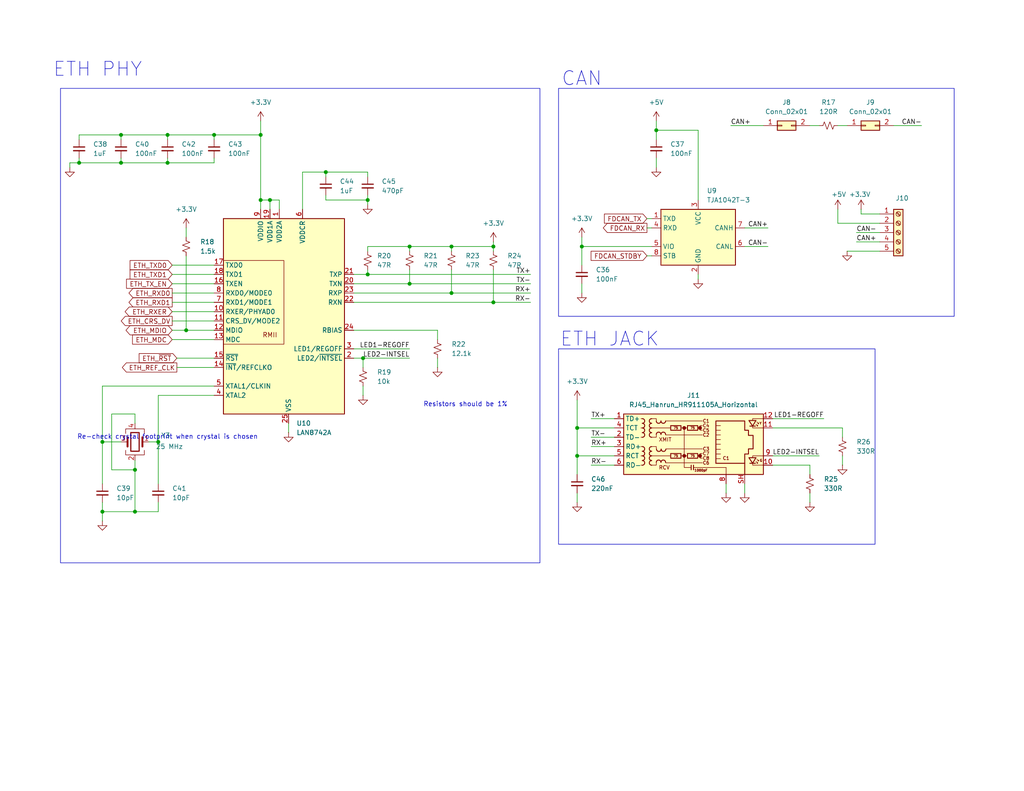
<source format=kicad_sch>
(kicad_sch (version 20250114) (generator "eeschema") (generator_version "9.0")
  (paper "USLetter")
  (title_block (title "PT DAQ") (date "2026-01-01") (rev "1A") (company "Aggie Propulsion and Rocketry Lab") (comment 1 "By: Nolan Poe") (comment 2 "Checked by: Daniel Fan"))
  (lib_symbols
    (symbol "Connector:RJ45_Hanrun_HR911105A_Horizontal"
      (property "Reference" "J" (at 18.415 10.16 0))
      (property "Value" "RJ45_Hanrun_HR911105A_Horizontal" (at -19.05 10.16 0))
      (symbol "RJ45_Hanrun_HR911105A_Horizontal_0_0"
        (circle (center -1.27 5.08) (radius 0.0001) (stroke (width 0.508)))
        (polyline (pts (xy -1.27 5.08) (xy -1.27 -5.715)))
        (circle (center -1.27 -2.54) (radius 0.0001) (stroke (width 0.508)))
        (polyline (pts (xy 0.635 -5.08) (xy 0.635 -6.35)) (stroke (width 0.254)))
        (polyline (pts (xy 1.27 -5.08) (xy 1.27 -6.35)) (stroke (width 0.254)))
        (polyline (pts (xy 3.048 5.08) (xy 2.54 5.08)))
        (circle (center 3.048 5.08) (radius 0.0001) (stroke (width 0.508)))
        (polyline (pts (xy 3.048 -2.54) (xy 2.54 -2.54)))
        (circle (center 3.048 -2.54) (radius 0.0001) (stroke (width 0.508)))
        (polyline (pts (xy 3.683 5.715) (xy 3.048 5.715) (xy 3.048 4.445) (xy 3.683 4.445)))
        (polyline (pts (xy 3.683 -1.905) (xy 3.048 -1.905) (xy 3.048 -3.175) (xy 3.683 -3.175)))
        (polyline (pts (xy 17.399 7.112) (xy 17.399 7.62) (xy 20.32 7.62)))
        (polyline (pts (xy 17.399 -3.048) (xy 17.399 -2.54) (xy 20.32 -2.54)))
        (polyline (pts (xy 20.32 5.08) (xy 17.399 5.08) (xy 17.399 5.588)))
        (polyline (pts (xy 20.32 -5.08) (xy 17.399 -5.08) (xy 17.399 -4.572)))
        (text "XMIT" (at -8.255 1.905 0) (effects (font (size 1.016 1.016)) (justify left)))
        (text "RCV" (at -8.255 -5.715 0) (effects (font (size 1.016 1.016)) (justify left)))
        (text "C1" (at 4.699 6.985 0) (effects (font (size 0.889 0.889))))
        (text "C4" (at 4.699 5.715 0) (effects (font (size 0.889 0.889))))
        (text "C5" (at 4.699 4.445 0) (effects (font (size 0.889 0.889))))
        (text "C2" (at 4.699 3.175 0) (effects (font (size 0.889 0.889))))
        (text "C3" (at 4.699 -0.635 0) (effects (font (size 0.889 0.889))))
        (text "C7" (at 4.699 -1.905 0) (effects (font (size 0.889 0.889))))
        (text "C8" (at 4.699 -3.175 0) (effects (font (size 0.889 0.889))))
        (text "C6" (at 4.699 -4.445 0) (effects (font (size 0.889 0.889))))
        (text "C1" (at 10.16 -3.175 0) (effects (font (size 0.889 0.889))))
      )
      (symbol "RJ45_Hanrun_HR911105A_Horizontal_0_1"
        (rectangle (start -17.78 8.89) (end 20.32 -7.62) (stroke (width 0.254)) (fill (type background)))
        (polyline (pts (xy -12.7 7.62) (xy -13.081 7.62)))
        (polyline (pts (xy -12.7 5.08) (xy -13.081 5.08)))
        (polyline (pts (xy -12.7 2.54) (xy -13.081 2.54)))
        (polyline (pts (xy -12.7 0) (xy -13.081 0)))
        (polyline (pts (xy -12.7 -2.54) (xy -13.081 -2.54)))
        (polyline (pts (xy -12.7 -5.08) (xy -13.081 -5.08)))
        (polyline (pts (xy -10.16 7.62) (xy -8.89 7.62) (xy -8.89 6.985)))
        (polyline (pts (xy -10.16 0) (xy -8.89 0) (xy -8.89 -0.635)))
        (polyline (pts (xy -8.89 3.175) (xy -8.89 2.54) (xy -10.16 2.54)))
        (polyline (pts (xy -8.89 -4.445) (xy -8.89 -5.08) (xy -10.16 -5.08)))
        (polyline (pts (xy -6.35 6.985) (xy 3.683 6.985)))
        (polyline (pts (xy -6.35 3.175) (xy 3.683 3.175)))
        (polyline (pts (xy -6.35 -4.445) (xy 3.683 -4.445)))
        (polyline (pts (xy -6.223 -0.635) (xy 3.683 -0.635)))
        (polyline (pts (xy -5.08 -2.54) (xy -10.16 -2.54)))
        (polyline (pts (xy -4.953 5.08) (xy -10.16 5.08)))
        (polyline (pts (xy -2.159 5.08) (xy -0.381 5.08)))
        (polyline (pts (xy -2.159 -2.54) (xy -0.381 -2.54)))
        (polyline (pts (xy 0.635 -5.715) (xy -1.27 -5.715)))
        (polyline (pts (xy 7.366 3.175) (xy 8.636 3.175)))
        (polyline (pts (xy 7.366 1.905) (xy 8.636 1.905)))
        (polyline (pts (xy 7.366 0.635) (xy 8.636 0.635)))
        (polyline (pts (xy 7.366 -0.762) (xy 8.636 -0.762)))
        (polyline (pts (xy 7.366 -2.032) (xy 8.636 -2.032)))
        (polyline (pts (xy 8.636 5.715) (xy 7.366 5.715)))
        (polyline (pts (xy 8.636 4.445) (xy 7.366 4.445)))
        (polyline (pts (xy 8.636 -3.302) (xy 7.366 -3.302)))
        (polyline (pts (xy 10.16 -5.715) (xy 1.27 -5.715)))
        (polyline (pts (xy 10.16 -5.715) (xy 10.16 -7.62)))
      )
      (symbol "RJ45_Hanrun_HR911105A_Horizontal_1_0"
        (text "1000pF" (at 3.302 -6.477 0) (effects (font (size 0.635 0.635))))
      )
      (symbol "RJ45_Hanrun_HR911105A_Horizontal_1_1"
        (arc (start -12.7 0) (mid -12.0677 -0.635) (end -12.7 -1.27) (stroke (width 0.254)))
        (arc (start -12.6973 7.62) (mid -12.065 6.985) (end -12.6973 6.35) (stroke (width 0.254)))
        (arc (start -12.6973 -1.27) (mid -12.065 -1.905) (end -12.6973 -2.54) (stroke (width 0.254)))
        (arc (start -12.6973 -2.54) (mid -12.065 -3.175) (end -12.6973 -3.81) (stroke (width 0.254)))
        (arc (start -12.6973 -3.81) (mid -12.065 -4.445) (end -12.6973 -5.08) (stroke (width 0.254)))
        (arc (start -12.6946 6.35) (mid -12.0623 5.715) (end -12.6946 5.08) (stroke (width 0.254)))
        (arc (start -12.6946 5.08) (mid -12.0623 4.445) (end -12.6946 3.81) (stroke (width 0.254)))
        (arc (start -12.6946 3.81) (mid -12.0623 3.175) (end -12.6946 2.54) (stroke (width 0.254)))
        (arc (start -10.1654 6.35) (mid -10.7977 6.985) (end -10.1654 7.62) (stroke (width 0.254)))
        (arc (start -10.1654 5.08) (mid -10.7977 5.715) (end -10.1654 6.35) (stroke (width 0.254)))
        (arc (start -10.1654 3.81) (mid -10.7977 4.445) (end -10.1654 5.08) (stroke (width 0.254)))
        (arc (start -10.1654 -1.27) (mid -10.7977 -0.635) (end -10.1654 0) (stroke (width 0.254)))
        (arc (start -10.1654 -2.54) (mid -10.7977 -1.905) (end -10.1654 -1.27) (stroke (width 0.254)))
        (arc (start -10.1654 -3.81) (mid -10.7977 -3.175) (end -10.1654 -2.54) (stroke (width 0.254)))
        (arc (start -10.1627 2.54) (mid -10.795 3.175) (end -10.1627 3.81) (stroke (width 0.254)))
        (arc (start -10.1627 -5.08) (mid -10.795 -4.445) (end -10.1627 -3.81) (stroke (width 0.254)))
        (arc (start -7.62 6.9823) (mid -8.255 6.35) (end -8.89 6.9823) (stroke (width 0.254)))
        (arc (start -8.89 3.3047) (mid -8.255 3.937) (end -7.62 3.3047) (stroke (width 0.254)))
        (arc (start -8.89 -4.3153) (mid -8.255 -3.683) (end -7.62 -4.3153) (stroke (width 0.254)))
        (arc (start -7.5565 -0.7012) (mid -8.1915 -1.3335) (end -8.8265 -0.7012) (stroke (width 0.254)))
        (arc (start -6.35 6.985) (mid -6.985 6.3527) (end -7.62 6.985) (stroke (width 0.254)))
        (arc (start -7.62 3.3074) (mid -6.985 3.9397) (end -6.35 3.3074) (stroke (width 0.254)))
        (arc (start -7.62 -4.3126) (mid -6.985 -3.6803) (end -6.35 -4.3126) (stroke (width 0.254)))
        (arc (start -6.2865 -0.6985) (mid -6.9215 -1.3308) (end -7.5565 -0.6985) (stroke (width 0.254)))
        (rectangle (start -4.953 5.715) (end -2.159 4.445) (stroke (width 0.254)))
        (rectangle (start -4.953 -1.905) (end -2.159 -3.175) (stroke (width 0.254)))
        (rectangle (start -0.381 5.715) (end 2.413 4.445) (stroke (width 0.254)))
        (rectangle (start -0.381 -1.905) (end 2.413 -3.175) (stroke (width 0.254)))
        (polyline (pts (xy 7.366 -4.572) (xy 7.366 6.985) (xy 15.24 6.985) (xy 15.24 4.445) (xy 16.256 4.445) (xy 16.256 3.048) (xy 17.526 3.048) (xy 17.526 -0.635) (xy 16.256 -0.635) (xy 16.256 -2.032) (xy 15.24 -2.032) (xy 15.24 -4.572) (xy 7.366 -4.572)) (stroke (width 0.254)))
        (polyline (pts (xy 15.24 -7.62) (xy 15.24 -4.572)) (stroke (width 0.254)))
        (polyline (pts (xy 18.161 5.588) (xy 16.637 5.588)) (stroke (width 0.254)))
        (polyline (pts (xy 18.161 -4.572) (xy 16.637 -4.572)) (stroke (width 0.254)))
        (polyline (pts (xy 18.288 7.112) (xy 16.383 7.112) (xy 17.399 5.588) (xy 18.288 7.112)) (stroke (width 0.254)))
        (polyline (pts (xy 18.288 6.096) (xy 18.796 5.588) (xy 18.542 5.588)))
        (polyline (pts (xy 18.288 -3.048) (xy 16.383 -3.048) (xy 17.399 -4.572) (xy 18.288 -3.048)) (stroke (width 0.254)))
        (polyline (pts (xy 18.288 -4.064) (xy 18.796 -4.572) (xy 18.542 -4.572)))
        (polyline (pts (xy 18.542 6.731) (xy 19.05 6.223) (xy 18.796 6.223)))
        (polyline (pts (xy 18.542 -3.429) (xy 19.05 -3.937) (xy 18.796 -3.937)))
        (polyline (pts (xy 18.796 5.588) (xy 18.796 5.842)))
        (polyline (pts (xy 18.796 -4.572) (xy 18.796 -4.318)))
        (polyline (pts (xy 19.05 6.223) (xy 19.05 6.477)))
        (polyline (pts (xy 19.05 -3.937) (xy 19.05 -3.683)))
        (text "75" (at -3.556 5.08 0) (effects (font (size 0.635 0.635))))
        (text "75" (at -3.556 -2.54 0) (effects (font (size 0.635 0.635))))
        (text "75" (at 1.016 5.08 0) (effects (font (size 0.635 0.635))))
        (text "75" (at 1.016 -2.54 0) (effects (font (size 0.635 0.635))))
        (text "Y" (at 19.558 6.35 0) (effects (font (size 0.635 0.635))))
        (text "G" (at 19.685 -3.81 0) (effects (font (size 0.635 0.635))))
        (pin passive line (at -20.32 7.62 0) (length 2.54) (name "TD+") (number "1"))
        (pin passive line (at -20.32 5.08 0) (length 2.54) (name "TCT") (number "4"))
        (pin passive line (at -20.32 2.54 0) (length 2.54) (name "TD-") (number "2"))
        (pin passive line (at -20.32 0 0) (length 2.54) (name "RD+") (number "3"))
        (pin passive line (at -20.32 -2.54 0) (length 2.54) (name "RCT") (number "5"))
        (pin passive line (at -20.32 -5.08 0) (length 2.54) (name "RD-") (number "6"))
        (pin power_in line (at 10.16 -10.16 90) (length 2.54) (name "") (number "8"))
        (pin passive line (at 15.24 -10.16 90) (length 2.54) (name "") (number "SH"))
        (pin no_connect line (at 20.32 0 0) (length 0) (hide yes) (name "NC") (number "7"))
        (pin passive line (at 22.86 7.62 180) (length 2.54) (name "") (number "12"))
        (pin passive line (at 22.86 5.08 180) (length 2.54) (name "") (number "11"))
        (pin passive line (at 22.86 -2.54 180) (length 2.54) (name "") (number "9"))
        (pin passive line (at 22.86 -5.08 180) (length 2.54) (name "") (number "10"))
      )
    )
    (symbol "Connector:Screw_Terminal_01x05" (pin_names (offset 1.016) (hide yes))
      (property "Reference" "J" (at 0 7.62 0))
      (property "Value" "Screw_Terminal_01x05" (at 0 -7.62 0))
      (symbol "Screw_Terminal_01x05_1_1"
        (rectangle (start -1.27 6.35) (end 1.27 -6.35) (stroke (width 0.254)) (fill (type background)))
        (polyline (pts (xy -0.5334 5.4102) (xy 0.3302 4.572)) (stroke (width 0.1524)))
        (polyline (pts (xy -0.5334 2.8702) (xy 0.3302 2.032)) (stroke (width 0.1524)))
        (polyline (pts (xy -0.5334 0.3302) (xy 0.3302 -0.508)) (stroke (width 0.1524)))
        (polyline (pts (xy -0.5334 -2.2098) (xy 0.3302 -3.048)) (stroke (width 0.1524)))
        (polyline (pts (xy -0.5334 -4.7498) (xy 0.3302 -5.588)) (stroke (width 0.1524)))
        (polyline (pts (xy -0.3556 5.588) (xy 0.508 4.7498)) (stroke (width 0.1524)))
        (polyline (pts (xy -0.3556 3.048) (xy 0.508 2.2098)) (stroke (width 0.1524)))
        (polyline (pts (xy -0.3556 0.508) (xy 0.508 -0.3302)) (stroke (width 0.1524)))
        (polyline (pts (xy -0.3556 -2.032) (xy 0.508 -2.8702)) (stroke (width 0.1524)))
        (polyline (pts (xy -0.3556 -4.572) (xy 0.508 -5.4102)) (stroke (width 0.1524)))
        (circle (center 0 5.08) (radius 0.635) (stroke (width 0.1524)))
        (circle (center 0 2.54) (radius 0.635) (stroke (width 0.1524)))
        (circle (center 0 0) (radius 0.635) (stroke (width 0.1524)))
        (circle (center 0 -2.54) (radius 0.635) (stroke (width 0.1524)))
        (circle (center 0 -5.08) (radius 0.635) (stroke (width 0.1524)))
        (pin passive line (at -5.08 5.08 0) (length 3.81) (name "Pin_1") (number "1"))
        (pin passive line (at -5.08 2.54 0) (length 3.81) (name "Pin_2") (number "2"))
        (pin passive line (at -5.08 0 0) (length 3.81) (name "Pin_3") (number "3"))
        (pin passive line (at -5.08 -2.54 0) (length 3.81) (name "Pin_4") (number "4"))
        (pin passive line (at -5.08 -5.08 0) (length 3.81) (name "Pin_5") (number "5"))
      )
    )
    (symbol "Connector_Generic:Conn_02x01" (pin_names (offset 1.016) (hide yes))
      (property "Reference" "J" (at 1.27 2.54 0))
      (property "Value" "Conn_02x01" (at 1.27 -2.54 0))
      (symbol "Conn_02x01_1_1"
        (rectangle (start -1.27 1.27) (end 3.81 -1.27) (stroke (width 0.254)) (fill (type background)))
        (rectangle (start -1.27 0.127) (end 0 -0.127) (stroke (width 0.1524)))
        (rectangle (start 3.81 0.127) (end 2.54 -0.127) (stroke (width 0.1524)))
        (pin passive line (at -5.08 0 0) (length 3.81) (name "Pin_1") (number "1"))
        (pin passive line (at 7.62 0 180) (length 3.81) (name "Pin_2") (number "2"))
      )
    )
    (symbol "Device:C_Small" (pin_numbers (hide yes)) (pin_names (offset 0.254) (hide yes))
      (property "Reference" "C" (at 0.254 1.778 0))
      (property "Value" "C_Small" (at 0.254 -2.032 0))
      (symbol "C_Small_0_1"
        (polyline (pts (xy -1.524 0.508) (xy 1.524 0.508)) (stroke (width 0.3048)))
        (polyline (pts (xy -1.524 -0.508) (xy 1.524 -0.508)) (stroke (width 0.3302)))
      )
      (symbol "C_Small_1_1"
        (pin passive line (at 0 2.54 270) (length 2.032) (name "~") (number "1"))
        (pin passive line (at 0 -2.54 90) (length 2.032) (name "~") (number "2"))
      )
    )
    (symbol "Device:Crystal_GND24" (pin_names (offset 1.016) (hide yes))
      (property "Reference" "Y" (at 3.175 5.08 0))
      (property "Value" "Crystal_GND24" (at 3.175 3.175 0))
      (symbol "Crystal_GND24_0_1"
        (polyline (pts (xy -2.54 2.286) (xy -2.54 3.556) (xy 2.54 3.556) (xy 2.54 2.286)))
        (polyline (pts (xy -2.54 0) (xy -2.032 0)))
        (polyline (pts (xy -2.54 -2.286) (xy -2.54 -3.556) (xy 2.54 -3.556) (xy 2.54 -2.286)))
        (polyline (pts (xy -2.032 -1.27) (xy -2.032 1.27)) (stroke (width 0.508)))
        (rectangle (start -1.143 2.54) (end 1.143 -2.54) (stroke (width 0.3048)))
        (polyline (pts (xy 0 3.556) (xy 0 3.81)))
        (polyline (pts (xy 0 -3.81) (xy 0 -3.556)))
        (polyline (pts (xy 2.032 0) (xy 2.54 0)))
        (polyline (pts (xy 2.032 -1.27) (xy 2.032 1.27)) (stroke (width 0.508)))
      )
      (symbol "Crystal_GND24_1_1"
        (pin passive line (at -3.81 0 0) (length 1.27) (name "1") (number "1"))
        (pin passive line (at 0 5.08 270) (length 1.27) (name "2") (number "2"))
        (pin passive line (at 0 -5.08 90) (length 1.27) (name "4") (number "4"))
        (pin passive line (at 3.81 0 180) (length 1.27) (name "3") (number "3"))
      )
    )
    (symbol "Device:R_Small_US" (pin_numbers (hide yes)) (pin_names (offset 0.254) (hide yes))
      (property "Reference" "R" (at 0.762 0.508 0))
      (property "Value" "R_Small_US" (at 0.762 -1.016 0))
      (symbol "R_Small_US_1_1"
        (polyline (pts (xy 0 1.524) (xy 1.016 1.143) (xy 0 0.762) (xy -1.016 0.381) (xy 0 0)))
        (polyline (pts (xy 0 0) (xy 1.016 -0.381) (xy 0 -0.762) (xy -1.016 -1.143) (xy 0 -1.524)))
        (pin passive line (at 0 2.54 270) (length 1.016) (name "~") (number "1"))
        (pin passive line (at 0 -2.54 90) (length 1.016) (name "~") (number "2"))
      )
    )
    (symbol "Interface_CAN_LIN:TJA1042T-3"
      (property "Reference" "U" (at -10.16 8.89 0))
      (property "Value" "TJA1042T-3" (at 1.27 8.89 0))
      (symbol "TJA1042T-3_0_1"
        (rectangle (start -10.16 7.62) (end 10.16 -7.62) (stroke (width 0.254)) (fill (type background)))
      )
      (symbol "TJA1042T-3_1_1"
        (pin input line (at -12.7 5.08 0) (length 2.54) (name "TXD") (number "1"))
        (pin output line (at -12.7 2.54 0) (length 2.54) (name "RXD") (number "4"))
        (pin power_in line (at -12.7 -2.54 0) (length 2.54) (name "VIO") (number "5"))
        (pin input line (at -12.7 -5.08 0) (length 2.54) (name "STB") (number "8"))
        (pin power_in line (at 0 10.16 270) (length 2.54) (name "VCC") (number "3"))
        (pin power_in line (at 0 -10.16 90) (length 2.54) (name "GND") (number "2"))
        (pin bidirectional line (at 12.7 2.54 180) (length 2.54) (name "CANH") (number "7"))
        (pin bidirectional line (at 12.7 -2.54 180) (length 2.54) (name "CANL") (number "6"))
      )
    )
    (symbol "libpt:LAN8742A"
      (property "Reference" "U10" (at 2.1433 -27.94 0))
      (property "Value" "LAN8742A" (at 2.1433 -30.48 0))
      (symbol "LAN8742A_0_0"
        (text "RMII" (at -5.08 -3.81 0) (effects (font (size 1.27 1.27))))
      )
      (symbol "LAN8742A_0_1"
        (rectangle (start -17.78 27.94) (end 15.24 -25.4) (stroke (width 0.254)) (fill (type background)))
        (polyline (pts (xy -17.78 -6.35) (xy -1.27 -6.35) (xy -1.27 16.51) (xy -17.78 16.51)))
      )
      (symbol "LAN8742A_1_1"
        (pin input line (at -20.32 15.24 0) (length 2.54) (name "TXD0") (number "17"))
        (pin input line (at -20.32 12.7 0) (length 2.54) (name "TXD1") (number "18"))
        (pin input line (at -20.32 10.16 0) (length 2.54) (name "TXEN") (number "16"))
        (pin bidirectional line (at -20.32 7.62 0) (length 2.54) (name "RXD0/MODE0") (number "8"))
        (pin bidirectional line (at -20.32 5.08 0) (length 2.54) (name "RXD1/MODE1") (number "7"))
        (pin output line (at -20.32 2.54 0) (length 2.54) (name "RXER/PHYAD0") (number "10"))
        (pin bidirectional line (at -20.32 0 0) (length 2.54) (name "CRS_DV/MODE2") (number "11"))
        (pin bidirectional line (at -20.32 -2.54 0) (length 2.54) (name "MDIO") (number "12"))
        (pin input line (at -20.32 -5.08 0) (length 2.54) (name "MDC") (number "13"))
        (pin input line (at -20.32 -10.16 0) (length 2.54) (name "~{RST}") (number "15"))
        (pin output line (at -20.32 -12.7 0) (length 2.54) (name "~{INT}/REFCLKO") (number "14"))
        (pin input line (at -20.32 -17.78 0) (length 2.54) (name "XTAL1/CLKIN") (number "5"))
        (pin output line (at -20.32 -20.32 0) (length 2.54) (name "XTAL2") (number "4"))
        (pin power_in line (at -7.62 30.48 270) (length 2.54) (name "VDDIO") (number "9"))
        (pin power_in line (at -5.08 30.48 270) (length 2.54) (name "VDD1A") (number "19"))
        (pin power_in line (at -2.54 30.48 270) (length 2.54) (name "VDD2A") (number "1"))
        (pin power_in line (at 0 -27.94 90) (length 2.54) (name "VSS") (number "25"))
        (pin free line (at 3.81 30.48 270) (length 2.54) (name "VDDCR") (number "6"))
        (pin passive line (at 17.78 12.7 180) (length 2.54) (name "TXP") (number "21"))
        (pin passive line (at 17.78 10.16 180) (length 2.54) (name "TXN") (number "20"))
        (pin passive line (at 17.78 7.62 180) (length 2.54) (name "RXP") (number "23"))
        (pin passive line (at 17.78 5.08 180) (length 2.54) (name "RXN") (number "22"))
        (pin passive line (at 17.78 -2.54 180) (length 2.54) (name "RBIAS") (number "24"))
        (pin bidirectional line (at 17.78 -7.62 180) (length 2.54) (name "LED1/REGOFF") (number "3"))
        (pin bidirectional line (at 17.78 -10.16 180) (length 2.54) (name "LED2/~{INTSEL}") (number "2"))
      )
    )
    (symbol "power:+3.3V" (power) (pin_numbers (hide yes)) (pin_names (offset 0) (hide yes))
      (property "Value" "+3.3V" (at 0 3.556 0))
      (symbol "+3.3V_0_1"
        (polyline (pts (xy -0.762 1.27) (xy 0 2.54)))
        (polyline (pts (xy 0 2.54) (xy 0.762 1.27)))
        (polyline (pts (xy 0 0) (xy 0 2.54)))
      )
      (symbol "+3.3V_1_1"
        (pin power_in line (at 0 0 90) (length 0) (name "~") (number "1"))
      )
    )
    (symbol "power:+3V3" (power) (pin_numbers (hide yes)) (pin_names (offset 0) (hide yes))
      (property "Value" "+3V3" (at 0 3.556 0))
      (symbol "+3V3_0_1"
        (polyline (pts (xy -0.762 1.27) (xy 0 2.54)))
        (polyline (pts (xy 0 2.54) (xy 0.762 1.27)))
        (polyline (pts (xy 0 0) (xy 0 2.54)))
      )
      (symbol "+3V3_1_1"
        (pin power_in line (at 0 0 90) (length 0) (name "~") (number "1"))
      )
    )
    (symbol "power:+5V" (power) (pin_numbers (hide yes)) (pin_names (offset 0) (hide yes))
      (property "Value" "+5V" (at 0 3.556 0))
      (symbol "+5V_0_1"
        (polyline (pts (xy -0.762 1.27) (xy 0 2.54)))
        (polyline (pts (xy 0 2.54) (xy 0.762 1.27)))
        (polyline (pts (xy 0 0) (xy 0 2.54)))
      )
      (symbol "+5V_1_1"
        (pin power_in line (at 0 0 90) (length 0) (name "~") (number "1"))
      )
    )
    (symbol "power:GND" (power) (pin_numbers (hide yes)) (pin_names (offset 0) (hide yes))
      (property "Value" "GND" (at 0 -3.81 0))
      (symbol "GND_0_1"
        (polyline (pts (xy 0 0) (xy 0 -1.27) (xy 1.27 -1.27) (xy 0 -2.54) (xy -1.27 -1.27) (xy 0 -1.27)))
      )
      (symbol "GND_1_1"
        (pin power_in line (at 0 0 270) (length 0) (name "~") (number "1"))
      )
    )
  )
  (rectangle (start 152.4 95.25) (end 238.76 148.59))
  (rectangle (start 152.4 24.13) (end 260.35 86.36))
  (rectangle (start 16.51 24.13) (end 147.32 153.67))
  (text "ETH PHY" (at 26.67 19.05 0) (effects (font (size 3.81 3.81))))
  (text "Re-check crystal footprint when crystal is chosen" (at 45.72 119.38 0) (effects (font (size 1.27 1.27))))
  (text "CAN" (at 158.75 21.59 0) (effects (font (size 3.81 3.81))))
  (text "Resistors should be 1%" (at 127 110.49 0) (effects (font (size 1.27 1.27))))
  (text "ETH JACK" (at 166.37 92.71 0) (effects (font (size 3.81 3.81))))
  (junction (at 36.83 139.7))
  (junction (at 71.12 54.61))
  (junction (at 21.59 44.45))
  (junction (at 88.9 46.99))
  (junction (at 33.02 36.83))
  (junction (at 111.76 77.47))
  (junction (at 157.48 124.46))
  (junction (at 27.94 120.65))
  (junction (at 36.83 128.27))
  (junction (at 123.19 67.31))
  (junction (at 45.72 44.45))
  (junction (at 58.42 36.83))
  (junction (at 33.02 44.45))
  (junction (at 179.07 35.56))
  (junction (at 134.62 82.55))
  (junction (at 111.76 67.31))
  (junction (at 100.33 54.61))
  (junction (at 100.33 74.93))
  (junction (at 27.94 139.7))
  (junction (at 99.06 97.79))
  (junction (at 43.18 120.65))
  (junction (at 71.12 36.83))
  (junction (at 73.66 54.61))
  (junction (at 123.19 80.01))
  (junction (at 158.75 67.31))
  (junction (at 157.48 116.84))
  (junction (at 134.62 67.31))
  (junction (at 45.72 36.83))
  (junction (at 50.8 90.17))
  (wire (pts (xy 161.29 114.3) (xy 167.64 114.3)))
  (wire (pts (xy 234.95 58.42) (xy 240.03 58.42)))
  (wire (pts (xy 30.48 113.03) (xy 30.48 128.27)))
  (wire (pts (xy 50.8 62.23) (xy 50.8 64.77)))
  (wire (pts (xy 88.9 46.99) (xy 88.9 48.26)))
  (wire (pts (xy 210.82 114.3) (xy 224.79 114.3)))
  (wire (pts (xy 119.38 90.17) (xy 119.38 92.71)))
  (wire (pts (xy 203.2 132.08) (xy 203.2 134.62)))
  (wire (pts (xy 123.19 80.01) (xy 144.78 80.01)))
  (wire (pts (xy 100.33 73.66) (xy 100.33 74.93)))
  (wire (pts (xy 100.33 53.34) (xy 100.33 54.61)))
  (wire (pts (xy 100.33 74.93) (xy 144.78 74.93)))
  (wire (pts (xy 158.75 64.77) (xy 158.75 67.31)))
  (wire (pts (xy 123.19 67.31) (xy 111.76 67.31)))
  (wire (pts (xy 199.39 34.29) (xy 208.28 34.29)))
  (wire (pts (xy 198.12 132.08) (xy 198.12 134.62)))
  (wire (pts (xy 228.6 57.15) (xy 228.6 60.96)))
  (wire (pts (xy 96.52 90.17) (xy 119.38 90.17)))
  (wire (pts (xy 33.02 36.83) (xy 45.72 36.83)))
  (wire (pts (xy 71.12 33.02) (xy 71.12 36.83)))
  (wire (pts (xy 82.55 46.99) (xy 82.55 57.15)))
  (wire (pts (xy 123.19 73.66) (xy 123.19 80.01)))
  (wire (pts (xy 161.29 127) (xy 167.64 127)))
  (wire (pts (xy 27.94 120.65) (xy 27.94 132.08)))
  (wire (pts (xy 27.94 105.41) (xy 58.42 105.41)))
  (wire (pts (xy 157.48 137.16) (xy 157.48 134.62)))
  (wire (pts (xy 43.18 120.65) (xy 43.18 132.08)))
  (wire (pts (xy 177.8 69.85) (xy 176.53 69.85)))
  (wire (pts (xy 71.12 54.61) (xy 73.66 54.61)))
  (wire (pts (xy 100.33 46.99) (xy 88.9 46.99)))
  (wire (pts (xy 33.02 44.45) (xy 45.72 44.45)))
  (wire (pts (xy 46.99 77.47) (xy 58.42 77.47)))
  (wire (pts (xy 157.48 109.22) (xy 157.48 116.84)))
  (wire (pts (xy 46.99 85.09) (xy 58.42 85.09)))
  (wire (pts (xy 40.64 120.65) (xy 43.18 120.65)))
  (wire (pts (xy 58.42 36.83) (xy 71.12 36.83)))
  (wire (pts (xy 111.76 77.47) (xy 144.78 77.47)))
  (wire (pts (xy 157.48 124.46) (xy 167.64 124.46)))
  (wire (pts (xy 46.99 92.71) (xy 58.42 92.71)))
  (wire (pts (xy 46.99 87.63) (xy 58.42 87.63)))
  (wire (pts (xy 179.07 35.56) (xy 190.5 35.56)))
  (wire (pts (xy 43.18 107.95) (xy 43.18 120.65)))
  (wire (pts (xy 123.19 67.31) (xy 123.19 68.58)))
  (wire (pts (xy 45.72 44.45) (xy 58.42 44.45)))
  (wire (pts (xy 27.94 139.7) (xy 36.83 139.7)))
  (wire (pts (xy 48.26 100.33) (xy 58.42 100.33)))
  (wire (pts (xy 50.8 69.85) (xy 50.8 90.17)))
  (wire (pts (xy 157.48 124.46) (xy 157.48 116.84)))
  (wire (pts (xy 234.95 57.15) (xy 234.95 58.42)))
  (wire (pts (xy 33.02 120.65) (xy 27.94 120.65)))
  (wire (pts (xy 33.02 38.1) (xy 33.02 36.83)))
  (wire (pts (xy 58.42 43.18) (xy 58.42 44.45)))
  (wire (pts (xy 176.53 59.69) (xy 177.8 59.69)))
  (wire (pts (xy 123.19 67.31) (xy 134.62 67.31)))
  (wire (pts (xy 176.53 62.23) (xy 177.8 62.23)))
  (wire (pts (xy 88.9 53.34) (xy 88.9 54.61)))
  (wire (pts (xy 46.99 80.01) (xy 58.42 80.01)))
  (wire (pts (xy 134.62 82.55) (xy 144.78 82.55)))
  (wire (pts (xy 76.2 57.15) (xy 76.2 54.61)))
  (wire (pts (xy 96.52 97.79) (xy 99.06 97.79)))
  (wire (pts (xy 99.06 105.41) (xy 99.06 107.95)))
  (wire (pts (xy 73.66 54.61) (xy 73.66 57.15)))
  (wire (pts (xy 21.59 38.1) (xy 21.59 36.83)))
  (wire (pts (xy 45.72 43.18) (xy 45.72 44.45)))
  (wire (pts (xy 231.14 68.58) (xy 240.03 68.58)))
  (wire (pts (xy 99.06 97.79) (xy 99.06 100.33)))
  (wire (pts (xy 233.68 63.5) (xy 240.03 63.5)))
  (wire (pts (xy 96.52 95.25) (xy 111.76 95.25)))
  (wire (pts (xy 73.66 54.61) (xy 76.2 54.61)))
  (wire (pts (xy 134.62 73.66) (xy 134.62 82.55)))
  (wire (pts (xy 179.07 33.02) (xy 179.07 35.56)))
  (wire (pts (xy 27.94 137.16) (xy 27.94 139.7)))
  (wire (pts (xy 100.33 54.61) (xy 100.33 55.88)))
  (wire (pts (xy 36.83 128.27) (xy 36.83 139.7)))
  (wire (pts (xy 36.83 115.57) (xy 36.83 113.03)))
  (wire (pts (xy 46.99 82.55) (xy 58.42 82.55)))
  (wire (pts (xy 48.26 97.79) (xy 58.42 97.79)))
  (wire (pts (xy 190.5 74.93) (xy 190.5 76.2)))
  (wire (pts (xy 46.99 90.17) (xy 50.8 90.17)))
  (wire (pts (xy 111.76 67.31) (xy 111.76 68.58)))
  (wire (pts (xy 27.94 105.41) (xy 27.94 120.65)))
  (wire (pts (xy 88.9 46.99) (xy 82.55 46.99)))
  (wire (pts (xy 220.98 127) (xy 210.82 127)))
  (wire (pts (xy 21.59 43.18) (xy 21.59 44.45)))
  (wire (pts (xy 43.18 139.7) (xy 43.18 137.16)))
  (wire (pts (xy 71.12 54.61) (xy 71.12 36.83)))
  (wire (pts (xy 161.29 119.38) (xy 167.64 119.38)))
  (wire (pts (xy 190.5 35.56) (xy 190.5 54.61)))
  (wire (pts (xy 96.52 74.93) (xy 100.33 74.93)))
  (wire (pts (xy 96.52 80.01) (xy 123.19 80.01)))
  (wire (pts (xy 100.33 48.26) (xy 100.33 46.99)))
  (wire (pts (xy 161.29 121.92) (xy 167.64 121.92)))
  (wire (pts (xy 179.07 35.56) (xy 179.07 38.1)))
  (wire (pts (xy 36.83 125.73) (xy 36.83 128.27)))
  (wire (pts (xy 157.48 116.84) (xy 167.64 116.84)))
  (wire (pts (xy 229.87 124.46) (xy 229.87 127)))
  (wire (pts (xy 45.72 36.83) (xy 45.72 38.1)))
  (wire (pts (xy 46.99 72.39) (xy 58.42 72.39)))
  (wire (pts (xy 46.99 74.93) (xy 58.42 74.93)))
  (wire (pts (xy 220.98 34.29) (xy 223.52 34.29)))
  (wire (pts (xy 134.62 67.31) (xy 134.62 68.58)))
  (wire (pts (xy 96.52 77.47) (xy 111.76 77.47)))
  (wire (pts (xy 21.59 44.45) (xy 33.02 44.45)))
  (wire (pts (xy 157.48 129.54) (xy 157.48 124.46)))
  (wire (pts (xy 36.83 139.7) (xy 43.18 139.7)))
  (wire (pts (xy 229.87 116.84) (xy 210.82 116.84)))
  (wire (pts (xy 33.02 44.45) (xy 33.02 43.18)))
  (wire (pts (xy 88.9 54.61) (xy 100.33 54.61)))
  (wire (pts (xy 21.59 36.83) (xy 33.02 36.83)))
  (wire (pts (xy 203.2 62.23) (xy 209.55 62.23)))
  (wire (pts (xy 229.87 116.84) (xy 229.87 119.38)))
  (wire (pts (xy 30.48 128.27) (xy 36.83 128.27)))
  (wire (pts (xy 228.6 60.96) (xy 240.03 60.96)))
  (wire (pts (xy 119.38 97.79) (xy 119.38 100.33)))
  (wire (pts (xy 58.42 107.95) (xy 43.18 107.95)))
  (wire (pts (xy 78.74 115.57) (xy 78.74 118.11)))
  (wire (pts (xy 134.62 66.04) (xy 134.62 67.31)))
  (wire (pts (xy 210.82 124.46) (xy 223.52 124.46)))
  (wire (pts (xy 19.05 45.72) (xy 19.05 44.45)))
  (wire (pts (xy 220.98 127) (xy 220.98 129.54)))
  (wire (pts (xy 27.94 142.24) (xy 27.94 139.7)))
  (wire (pts (xy 36.83 113.03) (xy 30.48 113.03)))
  (wire (pts (xy 158.75 80.01) (xy 158.75 77.47)))
  (wire (pts (xy 19.05 44.45) (xy 21.59 44.45)))
  (wire (pts (xy 99.06 97.79) (xy 111.76 97.79)))
  (wire (pts (xy 100.33 67.31) (xy 111.76 67.31)))
  (wire (pts (xy 100.33 67.31) (xy 100.33 68.58)))
  (wire (pts (xy 96.52 82.55) (xy 134.62 82.55)))
  (wire (pts (xy 233.68 66.04) (xy 240.03 66.04)))
  (wire (pts (xy 50.8 90.17) (xy 58.42 90.17)))
  (wire (pts (xy 58.42 36.83) (xy 58.42 38.1)))
  (wire (pts (xy 203.2 67.31) (xy 209.55 67.31)))
  (wire (pts (xy 45.72 36.83) (xy 58.42 36.83)))
  (wire (pts (xy 220.98 134.62) (xy 220.98 137.16)))
  (wire (pts (xy 179.07 45.72) (xy 179.07 43.18)))
  (wire (pts (xy 231.14 34.29) (xy 228.6 34.29)))
  (wire (pts (xy 251.46 34.29) (xy 243.84 34.29)))
  (wire (pts (xy 111.76 73.66) (xy 111.76 77.47)))
  (wire (pts (xy 158.75 72.39) (xy 158.75 67.31)))
  (wire (pts (xy 158.75 67.31) (xy 177.8 67.31)))
  (wire (pts (xy 71.12 57.15) (xy 71.12 54.61)))
  (label "TX+" (at 144.78 74.93 180))
  (label "LED2-INTSEL" (at 223.52 124.46 180))
  (label "LED2-INTSEL" (at 111.76 97.79 180))
  (label "TX-" (at 161.29 119.38 0))
  (label "CAN+" (at 233.68 66.04 0))
  (label "CAN-" (at 209.55 67.31 180))
  (label "CAN+" (at 199.39 34.29 0))
  (label "RX+" (at 161.29 121.92 0))
  (label "RX+" (at 144.78 80.01 180))
  (label "LED1-REGOFF" (at 224.79 114.3 180))
  (label "LED1-REGOFF" (at 111.76 95.25 180))
  (label "RX-" (at 144.78 82.55 180))
  (label "TX+" (at 161.29 114.3 0))
  (label "TX-" (at 144.78 77.47 180))
  (label "CAN-" (at 233.68 63.5 0))
  (label "CAN+" (at 209.55 62.23 180))
  (label "RX-" (at 161.29 127 0))
  (label "CAN-" (at 251.46 34.29 180))
  (global_label "FDCAN_STDBY" (shape input) (at 176.53 69.85 180) (property "Intersheetrefs" "${INTERSHEET_REFS}" (effects (hide yes))))
  (global_label "ETH_TXD1" (shape input) (at 46.99 74.93 180) (property "Intersheetrefs" "${INTERSHEET_REFS}" (effects (hide yes))))
  (global_label "ETH_REF_CLK" (shape output) (at 48.26 100.33 180) (property "Intersheetrefs" "${INTERSHEET_REFS}" (effects (hide yes))))
  (global_label "ETH_CRS_DV" (shape output) (at 46.99 87.63 180) (property "Intersheetrefs" "${INTERSHEET_REFS}" (effects (hide yes))))
  (global_label "ETH_MDC" (shape input) (at 46.99 92.71 180) (property "Intersheetrefs" "${INTERSHEET_REFS}" (effects (hide yes))))
  (global_label "FDCAN_TX" (shape input) (at 176.53 59.69 180) (property "Intersheetrefs" "${INTERSHEET_REFS}" (effects (hide yes))))
  (global_label "ETH_TX_EN" (shape input) (at 46.99 77.47 180) (property "Intersheetrefs" "${INTERSHEET_REFS}" (effects (hide yes))))
  (global_label "FDCAN_RX" (shape output) (at 176.53 62.23 180) (property "Intersheetrefs" "${INTERSHEET_REFS}" (effects (hide yes))))
  (global_label "ETH_RXD0" (shape output) (at 46.99 80.01 180) (property "Intersheetrefs" "${INTERSHEET_REFS}" (effects (hide yes))))
  (global_label "ETH_TXD0" (shape input) (at 46.99 72.39 180) (property "Intersheetrefs" "${INTERSHEET_REFS}" (effects (hide yes))))
  (global_label "ETH_MDIO" (shape bidirectional) (at 46.99 90.17 180) (property "Intersheetrefs" "${INTERSHEET_REFS}" (effects (hide yes))))
  (global_label "ETH_RXD1" (shape output) (at 46.99 82.55 180) (property "Intersheetrefs" "${INTERSHEET_REFS}" (effects (hide yes))))
  (global_label "ETH_~{RST}" (shape input) (at 48.26 97.79 180) (property "Intersheetrefs" "${INTERSHEET_REFS}" (effects (hide yes))))
  (global_label "ETH_RXER" (shape bidirectional) (at 46.99 85.09 180) (property "Intersheetrefs" "${INTERSHEET_REFS}" (effects (hide yes))))
  (symbol (lib_id "Device:C_Small") (at 179.07 40.64 0) (unit 1)
    (property "Reference" "C37" (at 182.88 39.3762 0) (effects (justify left)))
    (property "Value" "100nF" (at 182.88 41.9162 0) (effects (justify left)))
    (property "Footprint" "aprlprints:C_0603-noct" (effects (hide yes)))
    (property "Description" "Unpolarized capacitor, small symbol" (effects (hide yes)))
    (property "LCSC" "C1525" (effects (hide yes)))
  )
  (symbol (lib_id "Device:C_Small") (at 27.94 134.62 0) (unit 1)
    (property "Reference" "C39" (at 31.75 133.3562 0) (effects (justify left)))
    (property "Value" "10pF" (at 31.75 135.8962 0) (effects (justify left)))
    (property "Footprint" "aprlprints:C_0603-noct" (effects (hide yes)))
    (property "Description" "Unpolarized capacitor, small symbol" (effects (hide yes)))
    (property "LCSC" "C32949" (effects (hide yes)))
  )
  (symbol (lib_id "power:+3V3") (at 158.75 64.77 0) (unit 1)
    (property "Reference" "#PWR062" (effects (hide yes)))
    (property "Value" "+3.3V" (at 158.75 59.69 0))
    (property "Description" "Power symbol creates a global label with name \"+3V3\"" (effects (hide yes)))
  )
  (symbol (lib_id "power:+3V3") (at 50.8 62.23 0) (unit 1)
    (property "Reference" "#PWR072" (effects (hide yes)))
    (property "Value" "+3.3V" (at 50.8 57.15 0))
    (property "Description" "Power symbol creates a global label with name \"+3V3\"" (effects (hide yes)))
  )
  (symbol (lib_id "Device:C_Small") (at 21.59 40.64 0) (unit 1)
    (property "Reference" "C38" (at 25.4 39.3762 0) (effects (justify left)))
    (property "Value" "1uF" (at 25.4 41.9162 0) (effects (justify left)))
    (property "Footprint" "aprlprints:C_0603-noct" (effects (hide yes)))
    (property "Description" "Unpolarized capacitor, small symbol" (effects (hide yes)))
    (property "LCSC" "C602037" (effects (hide yes)))
  )
  (symbol (lib_id "Connector:Screw_Terminal_01x05") (at 245.11 63.5 0) (unit 1)
    (property "Reference" "J10" (at 244.348 54.102 0) (effects (justify left)))
    (property "Value" "Screw_Terminal_01x05" (effects (hide yes)))
    (property "Footprint" "TerminalBlock_Phoenix:TerminalBlock_Phoenix_MPT-0,5-5-2.54_1x05_P2.54mm_Horizontal" (effects (hide yes)))
    (property "Description" "Generic screw terminal, single row, 01x05, script generated (kicad-library-utils/schlib/autogen/connector/)" (effects (hide yes)))
  )
  (symbol (lib_id "Device:C_Small") (at 88.9 50.8 0) (unit 1)
    (property "Reference" "C44" (at 92.71 49.5362 0) (effects (justify left)))
    (property "Value" "1uF" (at 92.71 52.0762 0) (effects (justify left)))
    (property "Footprint" "aprlprints:C_0603-noct" (effects (hide yes)))
    (property "Description" "Unpolarized capacitor, small symbol" (effects (hide yes)))
    (property "LCSC" "C602037" (effects (hide yes)))
  )
  (symbol (lib_id "power:GND") (at 27.94 142.24 0) (unit 1)
    (property "Reference" "#PWR071" (effects (hide yes)))
    (property "Value" "GND" (effects (hide yes)))
    (property "Description" "Power symbol creates a global label with name \"GND\" , ground" (effects (hide yes)))
  )
  (symbol (lib_id "Device:R_Small_US") (at 100.33 71.12 0) (unit 1)
    (property "Reference" "R20" (at 102.87 69.8499 0) (effects (justify left)))
    (property "Value" "47R" (at 102.87 72.3899 0) (effects (justify left)))
    (property "Footprint" "aprlprints:R_0603-noct" (effects (hide yes)))
    (property "Description" "Resistor, small US symbol" (effects (hide yes)))
    (property "LCSC" "C87044" (effects (hide yes)))
  )
  (symbol (lib_id "power:+5V") (at 228.6 57.15 0) (unit 1)
    (property "Reference" "#PWR068" (effects (hide yes)))
    (property "Value" "+5V" (at 226.822 53.086 0) (effects (justify left)))
    (property "Description" "Power symbol creates a global label with name \"+5V\"" (effects (hide yes)))
  )
  (symbol (lib_id "Connector:RJ45_Hanrun_HR911105A_Horizontal") (at 187.96 121.92 0) (unit 1)
    (property "Reference" "J11" (at 189.23 107.95 0))
    (property "Value" "RJ45_Hanrun_HR911105A_Horizontal" (at 189.23 110.49 0))
    (property "Footprint" "Connector_RJ:RJ45_Hanrun_HR911105A_Horizontal" (effects (hide yes)))
    (property "Datasheet" "https://datasheet.lcsc.com/lcsc/1811141815_HANRUN-Zhongshan-HanRun-Elec-HR911105A_C12074.pdf" (effects (hide yes)))
    (property "Description" "1 Port RJ45 Magjack Connector Through Hole 10/100 Base-T, AutoMDIX" (effects (hide yes)))
    (property "LCSC" "C12074" (effects (hide yes)))
  )
  (symbol (lib_id "power:+3V3") (at 71.12 33.02 0) (unit 1)
    (property "Reference" "#PWR073" (effects (hide yes)))
    (property "Value" "+3.3V" (at 71.12 27.94 0))
    (property "Description" "Power symbol creates a global label with name \"+3V3\"" (effects (hide yes)))
  )
  (symbol (lib_id "power:+3.3V") (at 234.95 57.15 0) (unit 1)
    (property "Reference" "#PWR067" (effects (hide yes)))
    (property "Value" "+3.3V" (at 231.648 53.086 0) (effects (justify left)))
    (property "Description" "Power symbol creates a global label with name \"+3.3V\"" (effects (hide yes)))
  )
  (symbol (lib_id "power:GND") (at 203.2 134.62 0) (unit 1)
    (property "Reference" "#PWR082" (effects (hide yes)))
    (property "Value" "GND" (effects (hide yes)))
    (property "Description" "Power symbol creates a global label with name \"GND\" , ground" (effects (hide yes)))
  )
  (symbol (lib_id "power:GND") (at 78.74 118.11 0) (unit 1)
    (property "Reference" "#PWR074" (effects (hide yes)))
    (property "Value" "GND" (effects (hide yes)))
    (property "Description" "Power symbol creates a global label with name \"GND\" , ground" (effects (hide yes)))
  )
  (symbol (lib_id "Device:C_Small") (at 33.02 40.64 0) (unit 1)
    (property "Reference" "C40" (at 36.83 39.3762 0) (effects (justify left)))
    (property "Value" "100nF" (at 36.83 41.9162 0) (effects (justify left)))
    (property "Footprint" "aprlprints:C_0603-noct" (effects (hide yes)))
    (property "Description" "Unpolarized capacitor, small symbol" (effects (hide yes)))
    (property "LCSC" "C1525" (effects (hide yes)))
  )
  (symbol (lib_id "Device:R_Small_US") (at 226.06 34.29 90) (unit 1)
    (property "Reference" "R17" (at 226.06 27.94 90))
    (property "Value" "120R" (at 226.06 30.48 90))
    (property "Footprint" "aprlprints:R_0603-noct" (effects (hide yes)))
    (property "Description" "Resistor, small US symbol" (effects (hide yes)))
  )
  (symbol (lib_id "Device:C_Small") (at 58.42 40.64 0) (unit 1)
    (property "Reference" "C43" (at 62.23 39.3762 0) (effects (justify left)))
    (property "Value" "100nF" (at 62.23 41.9162 0) (effects (justify left)))
    (property "Footprint" "aprlprints:C_0603-noct" (effects (hide yes)))
    (property "Description" "Unpolarized capacitor, small symbol" (effects (hide yes)))
    (property "LCSC" "C1525" (effects (hide yes)))
  )
  (symbol (lib_id "Connector_Generic:Conn_02x01") (at 213.36 34.29 0) (unit 1)
    (property "Reference" "J8" (at 214.63 27.94 0))
    (property "Value" "Conn_02x01" (at 214.63 30.48 0))
    (property "Footprint" "Connector_PinHeader_2.54mm:PinHeader_2x01_P2.54mm_Vertical" (effects (hide yes)))
    (property "Description" "Generic connector, double row, 02x01, this symbol is compatible with counter-clockwise, top-bottom and odd-even numbering schemes., script generated (kicad-library-utils/schlib/autogen/connector/)" (effects (hide yes)))
  )
  (symbol (lib_id "power:GND") (at 158.75 80.01 0) (unit 1)
    (property "Reference" "#PWR063" (effects (hide yes)))
    (property "Value" "GND" (effects (hide yes)))
    (property "Description" "Power symbol creates a global label with name \"GND\" , ground" (effects (hide yes)))
  )
  (symbol (lib_id "power:GND") (at 231.14 68.58 0) (unit 1)
    (property "Reference" "#PWR069" (effects (hide yes)))
    (property "Value" "GND" (effects (hide yes)))
    (property "Description" "Power symbol creates a global label with name \"GND\" , ground" (effects (hide yes)))
  )
  (symbol (lib_id "power:GND") (at 100.33 55.88 0) (unit 1)
    (property "Reference" "#PWR076" (effects (hide yes)))
    (property "Value" "GND" (effects (hide yes)))
    (property "Description" "Power symbol creates a global label with name \"GND\" , ground" (effects (hide yes)))
  )
  (symbol (lib_id "power:GND") (at 190.5 76.2 0) (unit 1)
    (property "Reference" "#PWR066" (effects (hide yes)))
    (property "Value" "GND" (effects (hide yes)))
    (property "Description" "Power symbol creates a global label with name \"GND\" , ground" (effects (hide yes)))
  )
  (symbol (lib_id "Device:R_Small_US") (at 134.62 71.12 0) (unit 1)
    (property "Reference" "R24" (at 138.43 69.8499 0) (effects (justify left)))
    (property "Value" "47R" (at 138.43 72.3899 0) (effects (justify left)))
    (property "Footprint" "aprlprints:R_0603-noct" (effects (hide yes)))
    (property "Description" "Resistor, small US symbol" (effects (hide yes)))
    (property "LCSC" "C87044" (effects (hide yes)))
  )
  (symbol (lib_id "Interface_CAN_LIN:TJA1042T-3") (at 190.5 64.77 0) (unit 1)
    (property "Reference" "U9" (at 192.8495 52.07 0) (effects (justify left)))
    (property "Value" "TJA1042T-3" (at 192.8495 54.61 0) (effects (justify left)))
    (property "Footprint" "Package_SO:SOIC-8_3.9x4.9mm_P1.27mm" (effects (hide yes)))
    (property "Datasheet" "http://www.nxp.com/docs/en/data-sheet/TJA1042.pdf" (effects (hide yes)))
    (property "Description" "High-Speed CAN Transceiver, separate VIO, standby mode, SOIC-8" (effects (hide yes)))
    (property "LCSC" "C22445414" (effects (hide yes)))
  )
  (symbol (lib_id "Device:C_Small") (at 157.48 132.08 0) (unit 1)
    (property "Reference" "C46" (at 161.29 130.8162 0) (effects (justify left)))
    (property "Value" "220nF" (at 161.29 133.3562 0) (effects (justify left)))
    (property "Footprint" "aprlprints:C_0603-noct" (effects (hide yes)))
    (property "Description" "Unpolarized capacitor, small symbol" (effects (hide yes)))
    (property "LCSC" "C1525" (effects (hide yes)))
  )
  (symbol (lib_id "Device:C_Small") (at 100.33 50.8 0) (unit 1)
    (property "Reference" "C45" (at 104.14 49.5362 0) (effects (justify left)))
    (property "Value" "470pF" (at 104.14 52.0762 0) (effects (justify left)))
    (property "Footprint" "aprlprints:C_0603-noct" (effects (hide yes)))
    (property "Description" "Unpolarized capacitor, small symbol" (effects (hide yes)))
    (property "LCSC" "C602037" (effects (hide yes)))
  )
  (symbol (lib_id "power:GND") (at 179.07 45.72 0) (unit 1)
    (property "Reference" "#PWR065" (effects (hide yes)))
    (property "Value" "GND" (effects (hide yes)))
    (property "Description" "Power symbol creates a global label with name \"GND\" , ground" (effects (hide yes)))
  )
  (symbol (lib_id "Device:R_Small_US") (at 119.38 95.25 0) (unit 1)
    (property "Reference" "R22" (at 123.19 93.9799 0) (effects (justify left)))
    (property "Value" "12.1k" (at 123.19 96.5199 0) (effects (justify left)))
    (property "Footprint" "aprlprints:R_0603-noct" (effects (hide yes)))
    (property "Description" "Resistor, small US symbol" (effects (hide yes)))
    (property "LCSC" "C25852" (effects (hide yes)))
  )
  (symbol (lib_id "Device:Crystal_GND24") (at 36.83 120.65 180) (unit 1)
    (property "Reference" "Y3" (at 45.212 118.872 0))
    (property "Value" "25 MHz" (at 46.228 121.92 0))
    (property "Footprint" "aprlprints:3225-4P-L-noct" (effects (hide yes)))
    (property "Description" "Four pin crystal, GND on pins 2 and 4" (effects (hide yes)))
    (property "LCSC" "C2901668" (effects (hide yes)))
  )
  (symbol (lib_id "Connector_Generic:Conn_02x01") (at 236.22 34.29 0) (unit 1)
    (property "Reference" "J9" (at 237.49 27.94 0))
    (property "Value" "Conn_02x01" (at 237.49 30.48 0))
    (property "Footprint" "Connector_PinHeader_2.54mm:PinHeader_2x01_P2.54mm_Vertical" (effects (hide yes)))
    (property "Description" "Generic connector, double row, 02x01, this symbol is compatible with counter-clockwise, top-bottom and odd-even numbering schemes., script generated (kicad-library-utils/schlib/autogen/connector/)" (effects (hide yes)))
  )
  (symbol (lib_id "Device:C_Small") (at 43.18 134.62 0) (unit 1)
    (property "Reference" "C41" (at 46.99 133.3562 0) (effects (justify left)))
    (property "Value" "10pF" (at 46.99 135.8962 0) (effects (justify left)))
    (property "Footprint" "aprlprints:C_0603-noct" (effects (hide yes)))
    (property "Description" "Unpolarized capacitor, small symbol" (effects (hide yes)))
    (property "LCSC" "C32949" (effects (hide yes)))
  )
  (symbol (lib_id "power:GND") (at 157.48 137.16 0) (unit 1)
    (property "Reference" "#PWR080" (effects (hide yes)))
    (property "Value" "GND" (effects (hide yes)))
    (property "Description" "Power symbol creates a global label with name \"GND\" , ground" (effects (hide yes)))
  )
  (symbol (lib_id "power:GND") (at 119.38 100.33 0) (unit 1)
    (property "Reference" "#PWR077" (effects (hide yes)))
    (property "Value" "GND" (effects (hide yes)))
    (property "Description" "Power symbol creates a global label with name \"GND\" , ground" (effects (hide yes)))
  )
  (symbol (lib_id "power:GND") (at 99.06 107.95 0) (unit 1)
    (property "Reference" "#PWR075" (effects (hide yes)))
    (property "Value" "GND" (effects (hide yes)))
    (property "Description" "Power symbol creates a global label with name \"GND\" , ground" (effects (hide yes)))
  )
  (symbol (lib_id "Device:R_Small_US") (at 111.76 71.12 0) (unit 1)
    (property "Reference" "R21" (at 115.57 69.8499 0) (effects (justify left)))
    (property "Value" "47R" (at 115.57 72.3899 0) (effects (justify left)))
    (property "Footprint" "aprlprints:R_0603-noct" (effects (hide yes)))
    (property "Description" "Resistor, small US symbol" (effects (hide yes)))
    (property "LCSC" "C87044" (effects (hide yes)))
  )
  (symbol (lib_id "Device:C_Small") (at 45.72 40.64 0) (unit 1)
    (property "Reference" "C42" (at 49.53 39.3762 0) (effects (justify left)))
    (property "Value" "100nF" (at 49.53 41.9162 0) (effects (justify left)))
    (property "Footprint" "aprlprints:C_0603-noct" (effects (hide yes)))
    (property "Description" "Unpolarized capacitor, small symbol" (effects (hide yes)))
    (property "LCSC" "C1525" (effects (hide yes)))
  )
  (symbol (lib_id "power:+5V") (at 179.07 33.02 0) (unit 1)
    (property "Reference" "#PWR064" (effects (hide yes)))
    (property "Value" "+5V" (at 179.07 27.94 0))
    (property "Description" "Power symbol creates a global label with name \"+5V\"" (effects (hide yes)))
  )
  (symbol (lib_id "Device:R_Small_US") (at 229.87 121.92 0) (unit 1)
    (property "Reference" "R26" (at 233.68 120.6499 0) (effects (justify left)))
    (property "Value" "330R" (at 233.68 123.1899 0) (effects (justify left)))
    (property "Footprint" "aprlprints:R_0603-noct" (effects (hide yes)))
    (property "Description" "Resistor, small US symbol" (effects (hide yes)))
    (property "LCSC" "C105875" (effects (hide yes)))
  )
  (symbol (lib_id "power:GND") (at 229.87 127 0) (unit 1)
    (property "Reference" "#PWR084" (effects (hide yes)))
    (property "Value" "GND" (effects (hide yes)))
    (property "Description" "Power symbol creates a global label with name \"GND\" , ground" (effects (hide yes)))
  )
  (symbol (lib_id "Device:C_Small") (at 158.75 74.93 0) (unit 1)
    (property "Reference" "C36" (at 162.56 73.6662 0) (effects (justify left)))
    (property "Value" "100nF" (at 162.56 76.2062 0) (effects (justify left)))
    (property "Footprint" "aprlprints:C_0603-noct" (effects (hide yes)))
    (property "Description" "Unpolarized capacitor, small symbol" (effects (hide yes)))
    (property "LCSC" "C1525" (effects (hide yes)))
  )
  (symbol (lib_id "Device:R_Small_US") (at 99.06 102.87 0) (unit 1)
    (property "Reference" "R19" (at 102.87 101.5999 0) (effects (justify left)))
    (property "Value" "10k" (at 102.87 104.1399 0) (effects (justify left)))
    (property "Footprint" "aprlprints:R_0603-noct" (effects (hide yes)))
    (property "Description" "Resistor, small US symbol" (effects (hide yes)))
    (property "LCSC" "C60490" (effects (hide yes)))
  )
  (symbol (lib_id "libpt:LAN8742A") (at 78.74 87.63 0) (unit 1)
    (property "Reference" "U10" (at 80.8833 115.57 0) (effects (justify left)))
    (property "Value" "LAN8742A" (at 80.8833 118.11 0) (effects (justify left)))
    (property "Footprint" "Package_DFN_QFN:VQFN-24-1EP_4x4mm_P0.5mm_EP2.5x2.5mm_ThermalVias" (effects (hide yes)))
    (property "Datasheet" "http://ww1.microchip.com/downloads/en/DeviceDoc/8742a.pdf" (effects (hide yes)))
    (property "Description" "LAN8720 Ethernet PHY with RMII interface, QFN-24" (effects (hide yes)))
  )
  (symbol (lib_id "power:GND") (at 220.98 137.16 0) (unit 1)
    (property "Reference" "#PWR083" (effects (hide yes)))
    (property "Value" "GND" (effects (hide yes)))
    (property "Description" "Power symbol creates a global label with name \"GND\" , ground" (effects (hide yes)))
  )
  (symbol (lib_id "power:GND") (at 198.12 134.62 0) (unit 1)
    (property "Reference" "#PWR081" (effects (hide yes)))
    (property "Value" "GND" (effects (hide yes)))
    (property "Description" "Power symbol creates a global label with name \"GND\" , ground" (effects (hide yes)))
  )
  (symbol (lib_id "power:+3V3") (at 157.48 109.22 0) (unit 1)
    (property "Reference" "#PWR079" (effects (hide yes)))
    (property "Value" "+3.3V" (at 157.48 104.14 0))
    (property "Description" "Power symbol creates a global label with name \"+3V3\"" (effects (hide yes)))
  )
  (symbol (lib_id "power:GND") (at 19.05 45.72 0) (unit 1)
    (property "Reference" "#PWR070" (effects (hide yes)))
    (property "Value" "GND" (effects (hide yes)))
    (property "Description" "Power symbol creates a global label with name \"GND\" , ground" (effects (hide yes)))
  )
  (symbol (lib_id "Device:R_Small_US") (at 50.8 67.31 0) (unit 1)
    (property "Reference" "R18" (at 54.61 66.0399 0) (effects (justify left)))
    (property "Value" "1.5k" (at 54.61 68.5799 0) (effects (justify left)))
    (property "Footprint" "aprlprints:R_0603-noct" (effects (hide yes)))
    (property "Description" "Resistor, small US symbol" (effects (hide yes)))
    (property "LCSC" "C60490" (effects (hide yes)))
  )
  (symbol (lib_id "Device:R_Small_US") (at 220.98 132.08 0) (unit 1)
    (property "Reference" "R25" (at 224.79 130.8099 0) (effects (justify left)))
    (property "Value" "330R" (at 224.79 133.3499 0) (effects (justify left)))
    (property "Footprint" "aprlprints:R_0603-noct" (effects (hide yes)))
    (property "Description" "Resistor, small US symbol" (effects (hide yes)))
    (property "LCSC" "C105875" (effects (hide yes)))
  )
  (symbol (lib_id "power:+3V3") (at 134.62 66.04 0) (unit 1)
    (property "Reference" "#PWR078" (effects (hide yes)))
    (property "Value" "+3.3V" (at 134.62 60.96 0))
    (property "Description" "Power symbol creates a global label with name \"+3V3\"" (effects (hide yes)))
  )
  (symbol (lib_id "Device:R_Small_US") (at 123.19 71.12 0) (unit 1)
    (property "Reference" "R23" (at 127 69.8499 0) (effects (justify left)))
    (property "Value" "47R" (at 127 72.3899 0) (effects (justify left)))
    (property "Footprint" "aprlprints:R_0603-noct" (effects (hide yes)))
    (property "Description" "Resistor, small US symbol" (effects (hide yes)))
    (property "LCSC" "C87044" (effects (hide yes)))
  )
)
</source>
